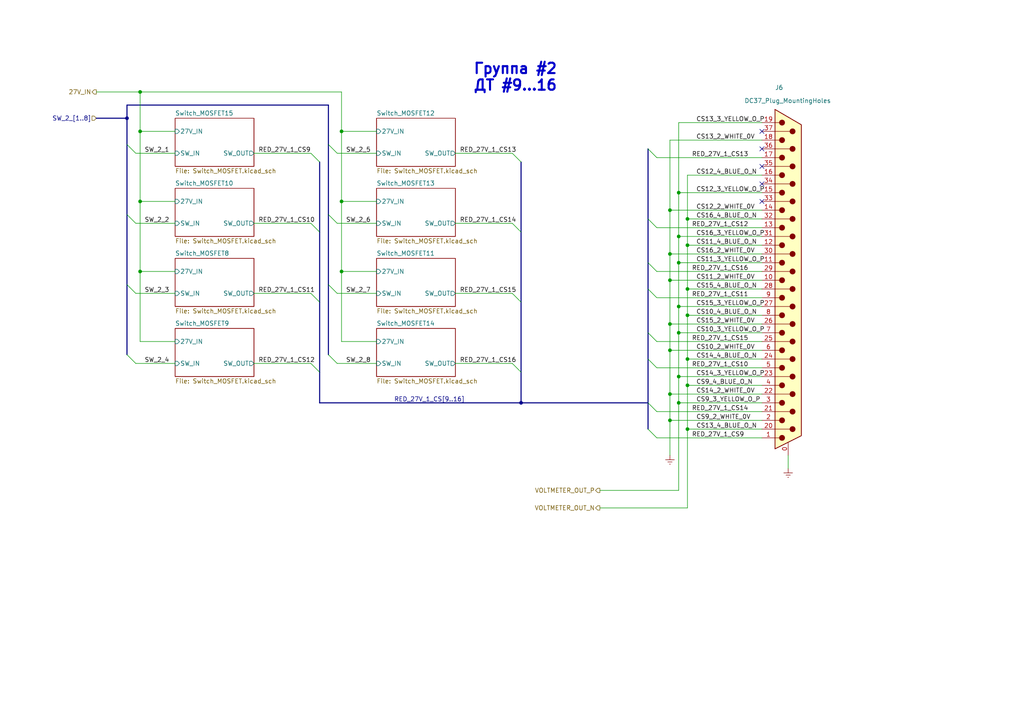
<source format=kicad_sch>
(kicad_sch (version 20230121) (generator eeschema)
  (paper "A4")
  (lib_symbols
    (symbol "Connector:DC37_Plug_MountingHoles" (pin_names (offset 1.016) hide)
      (property "Reference" "J" (at 0 52.705 0))
      (property "Value" "DC37_Plug_MountingHoles" (at 0 50.8 0))
      (symbol "DC37_Plug_MountingHoles_0_1"
        (circle (center -1.778 -45.72) (radius 0.762) (fill (type outline)))
        (circle (center -1.778 -40.64) (radius 0.762) (fill (type outline)))
        (circle (center -1.778 -35.56) (radius 0.762) (fill (type outline)))
        (circle (center -1.778 -30.48) (radius 0.762) (fill (type outline)))
        (circle (center -1.778 -25.4) (radius 0.762) (fill (type outline)))
        (circle (center -1.778 -20.32) (radius 0.762) (fill (type outline)))
        (circle (center -1.778 -15.24) (radius 0.762) (fill (type outline)))
        (circle (center -1.778 -10.16) (radius 0.762) (fill (type outline)))
        (circle (center -1.778 -5.08) (radius 0.762) (fill (type outline)))
        (circle (center -1.778 0) (radius 0.762) (fill (type outline)))
        (circle (center -1.778 5.08) (radius 0.762) (fill (type outline)))
        (circle (center -1.778 10.16) (radius 0.762) (fill (type outline)))
        (circle (center -1.778 15.24) (radius 0.762) (fill (type outline)))
        (circle (center -1.778 20.32) (radius 0.762) (fill (type outline)))
        (circle (center -1.778 25.4) (radius 0.762) (fill (type outline)))
        (circle (center -1.778 30.48) (radius 0.762) (fill (type outline)))
        (circle (center -1.778 35.56) (radius 0.762) (fill (type outline)))
        (circle (center -1.778 40.64) (radius 0.762) (fill (type outline)))
        (circle (center -1.778 45.72) (radius 0.762) (fill (type outline)))
        (polyline (pts (xy -3.81 -45.72) (xy -2.54 -45.72)))
        (polyline (pts (xy -3.81 -43.18) (xy 0.508 -43.18)))
        (polyline (pts (xy -3.81 -40.64) (xy -2.54 -40.64)))
        (polyline (pts (xy -3.81 -38.1) (xy 0.508 -38.1)))
        (polyline (pts (xy -3.81 -35.56) (xy -2.54 -35.56)))
        (polyline (pts (xy -3.81 -33.02) (xy 0.508 -33.02)))
        (polyline (pts (xy -3.81 -30.48) (xy -2.54 -30.48)))
        (polyline (pts (xy -3.81 -27.94) (xy 0.508 -27.94)))
        (polyline (pts (xy -3.81 -25.4) (xy -2.54 -25.4)))
        (polyline (pts (xy -3.81 -22.86) (xy 0.508 -22.86)))
        (polyline (pts (xy -3.81 -20.32) (xy -2.54 -20.32)))
        (polyline (pts (xy -3.81 -17.78) (xy 0.508 -17.78)))
        (polyline (pts (xy -3.81 -15.24) (xy -2.54 -15.24)))
        (polyline (pts (xy -3.81 -12.7) (xy 0.508 -12.7)))
        (polyline (pts (xy -3.81 -10.16) (xy -2.54 -10.16)))
        (polyline (pts (xy -3.81 -7.62) (xy 0.508 -7.62)))
        (polyline (pts (xy -3.81 -5.08) (xy -2.54 -5.08)))
        (polyline (pts (xy -3.81 -2.54) (xy 0.508 -2.54)))
        (polyline (pts (xy -3.81 0) (xy -2.54 0)))
        (polyline (pts (xy -3.81 2.54) (xy 0.508 2.54)))
        (polyline (pts (xy -3.81 5.08) (xy -2.54 5.08)))
        (polyline (pts (xy -3.81 7.62) (xy 0.508 7.62)))
        (polyline (pts (xy -3.81 10.16) (xy -2.54 10.16)))
        (polyline (pts (xy -3.81 12.7) (xy 0.508 12.7)))
        (polyline (pts (xy -3.81 15.24) (xy -2.54 15.24)))
        (polyline (pts (xy -3.81 17.78) (xy 0.508 17.78)))
        (polyline (pts (xy -3.81 20.32) (xy -2.54 20.32)))
        (polyline (pts (xy -3.81 22.86) (xy 0.508 22.86)))
        (polyline (pts (xy -3.81 25.4) (xy -2.54 25.4)))
        (polyline (pts (xy -3.81 27.94) (xy 0.508 27.94)))
        (polyline (pts (xy -3.81 30.48) (xy -2.54 30.48)))
        (polyline (pts (xy -3.81 33.02) (xy 0.508 33.02)))
        (polyline (pts (xy -3.81 35.56) (xy -2.54 35.56)))
        (polyline (pts (xy -3.81 38.1) (xy 0.508 38.1)))
        (polyline (pts (xy -3.81 40.64) (xy -2.54 40.64)))
        (polyline (pts (xy -3.81 43.18) (xy 0.508 43.18)))
        (polyline (pts (xy -3.81 45.72) (xy -2.54 45.72)))
        (polyline (pts (xy -3.81 49.53) (xy 3.81 45.085) (xy 3.81 -45.085) (xy -3.81 -48.895) (xy -3.81 49.53)) (stroke (width 0.254)) (fill (type background)))
        (circle (center 1.27 -43.18) (radius 0.762) (fill (type outline)))
        (circle (center 1.27 -38.1) (radius 0.762) (fill (type outline)))
        (circle (center 1.27 -33.02) (radius 0.762) (fill (type outline)))
        (circle (center 1.27 -27.94) (radius 0.762) (fill (type outline)))
        (circle (center 1.27 -22.86) (radius 0.762) (fill (type outline)))
        (circle (center 1.27 -17.78) (radius 0.762) (fill (type outline)))
        (circle (center 1.27 -12.7) (radius 0.762) (fill (type outline)))
        (circle (center 1.27 -7.62) (radius 0.762) (fill (type outline)))
        (circle (center 1.27 -2.54) (radius 0.762) (fill (type outline)))
        (circle (center 1.27 2.54) (radius 0.762) (fill (type outline)))
        (circle (center 1.27 7.62) (radius 0.762) (fill (type outline)))
        (circle (center 1.27 12.7) (radius 0.762) (fill (type outline)))
        (circle (center 1.27 17.78) (radius 0.762) (fill (type outline)))
        (circle (center 1.27 22.86) (radius 0.762) (fill (type outline)))
        (circle (center 1.27 27.94) (radius 0.762) (fill (type outline)))
        (circle (center 1.27 33.02) (radius 0.762) (fill (type outline)))
        (circle (center 1.27 38.1) (radius 0.762) (fill (type outline)))
        (circle (center 1.27 43.18) (radius 0.762) (fill (type outline)))
      )
      (symbol "DC37_Plug_MountingHoles_1_1"
        (pin passive line (at 0 -50.8 90) (length 3.81) (name "PAD") (number "0"))
        (pin passive line (at -7.62 -45.72 0) (length 3.81) (name "1") (number "1"))
        (pin passive line (at -7.62 0 0) (length 3.81) (name "10") (number "10"))
        (pin passive line (at -7.62 5.08 0) (length 3.81) (name "11") (number "11"))
        (pin passive line (at -7.62 10.16 0) (length 3.81) (name "12") (number "12"))
        (pin passive line (at -7.62 15.24 0) (length 3.81) (name "13") (number "13"))
        (pin passive line (at -7.62 20.32 0) (length 3.81) (name "14") (number "14"))
        (pin passive line (at -7.62 25.4 0) (length 3.81) (name "15") (number "15"))
        (pin passive line (at -7.62 30.48 0) (length 3.81) (name "16") (number "16"))
        (pin passive line (at -7.62 35.56 0) (length 3.81) (name "17") (number "17"))
        (pin passive line (at -7.62 40.64 0) (length 3.81) (name "18") (number "18"))
        (pin passive line (at -7.62 45.72 0) (length 3.81) (name "19") (number "19"))
        (pin passive line (at -7.62 -40.64 0) (length 3.81) (name "2") (number "2"))
        (pin passive line (at -7.62 -43.18 0) (length 3.81) (name "20") (number "20"))
        (pin passive line (at -7.62 -38.1 0) (length 3.81) (name "21") (number "21"))
        (pin passive line (at -7.62 -33.02 0) (length 3.81) (name "22") (number "22"))
        (pin passive line (at -7.62 -27.94 0) (length 3.81) (name "23") (number "23"))
        (pin passive line (at -7.62 -22.86 0) (length 3.81) (name "24") (number "24"))
        (pin passive line (at -7.62 -17.78 0) (length 3.81) (name "25") (number "25"))
        (pin passive line (at -7.62 -12.7 0) (length 3.81) (name "26") (number "26"))
        (pin passive line (at -7.62 -7.62 0) (length 3.81) (name "27") (number "27"))
        (pin passive line (at -7.62 -2.54 0) (length 3.81) (name "28") (number "28"))
        (pin passive line (at -7.62 2.54 0) (length 3.81) (name "29") (number "29"))
        (pin passive line (at -7.62 -35.56 0) (length 3.81) (name "3") (number "3"))
        (pin passive line (at -7.62 7.62 0) (length 3.81) (name "30") (number "30"))
        (pin passive line (at -7.62 12.7 0) (length 3.81) (name "31") (number "31"))
        (pin passive line (at -7.62 17.78 0) (length 3.81) (name "32") (number "32"))
        (pin passive line (at -7.62 22.86 0) (length 3.81) (name "33") (number "33"))
        (pin passive line (at -7.62 27.94 0) (length 3.81) (name "34") (number "34"))
        (pin passive line (at -7.62 33.02 0) (length 3.81) (name "35") (number "35"))
        (pin passive line (at -7.62 38.1 0) (length 3.81) (name "36") (number "36"))
        (pin passive line (at -7.62 43.18 0) (length 3.81) (name "37") (number "37"))
        (pin passive line (at -7.62 -30.48 0) (length 3.81) (name "4") (number "4"))
        (pin passive line (at -7.62 -25.4 0) (length 3.81) (name "5") (number "5"))
        (pin passive line (at -7.62 -20.32 0) (length 3.81) (name "6") (number "6"))
        (pin passive line (at -7.62 -15.24 0) (length 3.81) (name "7") (number "7"))
        (pin passive line (at -7.62 -10.16 0) (length 3.81) (name "8") (number "8"))
        (pin passive line (at -7.62 -5.08 0) (length 3.81) (name "9") (number "9"))
      )
    )
    (symbol "power:Earth" (power) (pin_names (offset 0))
      (symbol "Earth_0_1"
        (polyline (pts (xy -0.635 -1.905) (xy 0.635 -1.905)))
        (polyline (pts (xy -0.127 -2.54) (xy 0.127 -2.54)))
        (polyline (pts (xy 0 -1.27) (xy 0 0)))
        (polyline (pts (xy 1.27 -1.27) (xy -1.27 -1.27)))
      )
      (symbol "Earth_1_1"
        (pin power_in line (at 0 0 270) (length 0) hide (name "Earth") (number "1"))
      )
    )
  )
  (junction (at 151.13 116.84))
  (junction (at 194.31 81.28))
  (junction (at 196.85 96.52))
  (junction (at 194.31 101.6))
  (junction (at 36.83 34.29))
  (junction (at 199.39 83.82))
  (junction (at 196.85 55.88))
  (junction (at 194.31 93.98))
  (junction (at 194.31 60.96))
  (junction (at 40.64 78.74))
  (junction (at 99.06 38.1))
  (junction (at 199.39 63.5))
  (junction (at 196.85 88.9))
  (junction (at 199.39 91.44))
  (junction (at 99.06 78.74))
  (junction (at 40.64 58.42))
  (junction (at 40.64 26.67))
  (junction (at 199.39 71.12))
  (junction (at 196.85 109.22))
  (junction (at 199.39 111.76))
  (junction (at 196.85 68.58))
  (junction (at 199.39 104.14))
  (junction (at 99.06 58.42))
  (junction (at 194.31 114.3))
  (junction (at 194.31 73.66))
  (junction (at 196.85 116.84))
  (junction (at 199.39 124.46))
  (junction (at 196.85 76.2))
  (junction (at 194.31 121.92))
  (junction (at 40.64 38.1))
  (no_connect (at 220.98 38.1))
  (no_connect (at 220.98 43.18))
  (no_connect (at 220.98 58.42))
  (no_connect (at 220.98 53.34))
  (no_connect (at 220.98 48.26))
  (bus_entry (at 95.25 62.23) (size 2.54 2.54))
  (bus_entry (at 187.96 116.84) (size 2.54 2.54))
  (bus_entry (at 187.96 104.14) (size 2.54 2.54))
  (bus_entry (at 90.17 105.41) (size 2.54 2.54))
  (bus_entry (at 187.96 124.46) (size 2.54 2.54))
  (bus_entry (at 90.17 64.77) (size 2.54 2.54))
  (bus_entry (at 187.96 83.82) (size 2.54 2.54))
  (bus_entry (at 187.96 96.52) (size 2.54 2.54))
  (bus_entry (at 148.59 85.09) (size 2.54 2.54))
  (bus_entry (at 148.59 105.41) (size 2.54 2.54))
  (bus_entry (at 187.96 43.18) (size 2.54 2.54))
  (bus_entry (at 36.83 82.55) (size 2.54 2.54))
  (bus_entry (at 187.96 63.5) (size 2.54 2.54))
  (bus_entry (at 36.83 62.23) (size 2.54 2.54))
  (bus_entry (at 95.25 82.55) (size 2.54 2.54))
  (bus_entry (at 36.83 102.87) (size 2.54 2.54))
  (bus_entry (at 187.96 76.2) (size 2.54 2.54))
  (bus_entry (at 95.25 102.87) (size 2.54 2.54))
  (bus_entry (at 90.17 44.45) (size 2.54 2.54))
  (bus_entry (at 148.59 44.45) (size 2.54 2.54))
  (bus_entry (at 95.25 41.91) (size 2.54 2.54))
  (bus_entry (at 36.83 41.91) (size 2.54 2.54))
  (bus_entry (at 90.17 85.09) (size 2.54 2.54))
  (bus_entry (at 148.59 64.77) (size 2.54 2.54))
  (wire (pts (xy 50.8 99.06) (xy 40.64 99.06)))
  (wire (pts (xy 40.64 38.1) (xy 40.64 26.67)))
  (wire (pts (xy 194.31 121.92) (xy 194.31 132.08)))
  (wire (pts (xy 99.06 78.74) (xy 99.06 58.42)))
  (bus (pts (xy 151.13 87.63) (xy 151.13 107.95)))
  (wire (pts (xy 190.5 66.04) (xy 220.98 66.04)))
  (wire (pts (xy 194.31 101.6) (xy 194.31 114.3)))
  (wire (pts (xy 196.85 76.2) (xy 220.98 76.2)))
  (bus (pts (xy 187.96 63.5) (xy 187.96 76.2)))
  (wire (pts (xy 173.99 147.32) (xy 199.39 147.32)))
  (wire (pts (xy 196.85 68.58) (xy 196.85 76.2)))
  (wire (pts (xy 199.39 83.82) (xy 220.98 83.82)))
  (wire (pts (xy 97.79 85.09) (xy 109.22 85.09)))
  (wire (pts (xy 196.85 55.88) (xy 196.85 68.58)))
  (wire (pts (xy 199.39 104.14) (xy 220.98 104.14)))
  (wire (pts (xy 194.31 81.28) (xy 220.98 81.28)))
  (wire (pts (xy 194.31 101.6) (xy 220.98 101.6)))
  (bus (pts (xy 36.83 41.91) (xy 36.83 62.23)))
  (bus (pts (xy 36.83 30.48) (xy 36.83 34.29)))
  (bus (pts (xy 36.83 34.29) (xy 36.83 41.91)))
  (wire (pts (xy 199.39 71.12) (xy 199.39 83.82)))
  (wire (pts (xy 190.5 106.68) (xy 220.98 106.68)))
  (bus (pts (xy 95.25 102.87) (xy 95.25 82.55)))
  (wire (pts (xy 196.85 96.52) (xy 196.85 109.22)))
  (wire (pts (xy 194.31 114.3) (xy 220.98 114.3)))
  (bus (pts (xy 92.71 46.99) (xy 92.71 67.31)))
  (wire (pts (xy 196.85 35.56) (xy 196.85 55.88)))
  (wire (pts (xy 109.22 99.06) (xy 99.06 99.06)))
  (wire (pts (xy 109.22 78.74) (xy 99.06 78.74)))
  (wire (pts (xy 97.79 105.41) (xy 109.22 105.41)))
  (wire (pts (xy 39.37 44.45) (xy 50.8 44.45)))
  (wire (pts (xy 40.64 78.74) (xy 40.64 58.42)))
  (wire (pts (xy 39.37 105.41) (xy 50.8 105.41)))
  (wire (pts (xy 194.31 81.28) (xy 194.31 93.98)))
  (wire (pts (xy 40.64 58.42) (xy 40.64 38.1)))
  (wire (pts (xy 199.39 83.82) (xy 199.39 91.44)))
  (bus (pts (xy 95.25 62.23) (xy 95.25 41.91)))
  (bus (pts (xy 151.13 116.84) (xy 187.96 116.84)))
  (wire (pts (xy 73.66 64.77) (xy 90.17 64.77)))
  (wire (pts (xy 97.79 44.45) (xy 109.22 44.45)))
  (wire (pts (xy 196.85 68.58) (xy 220.98 68.58)))
  (bus (pts (xy 36.83 34.29) (xy 27.94 34.29)))
  (wire (pts (xy 39.37 64.77) (xy 50.8 64.77)))
  (wire (pts (xy 199.39 63.5) (xy 199.39 71.12)))
  (wire (pts (xy 199.39 124.46) (xy 199.39 147.32)))
  (wire (pts (xy 190.5 45.72) (xy 220.98 45.72)))
  (wire (pts (xy 97.79 64.77) (xy 109.22 64.77)))
  (bus (pts (xy 187.96 116.84) (xy 187.96 124.46)))
  (wire (pts (xy 73.66 85.09) (xy 90.17 85.09)))
  (wire (pts (xy 40.64 99.06) (xy 40.64 78.74)))
  (wire (pts (xy 194.31 93.98) (xy 194.31 101.6)))
  (wire (pts (xy 73.66 44.45) (xy 90.17 44.45)))
  (wire (pts (xy 194.31 73.66) (xy 220.98 73.66)))
  (wire (pts (xy 194.31 60.96) (xy 194.31 73.66)))
  (wire (pts (xy 99.06 99.06) (xy 99.06 78.74)))
  (bus (pts (xy 187.96 43.18) (xy 187.96 63.5)))
  (wire (pts (xy 220.98 40.64) (xy 194.31 40.64)))
  (bus (pts (xy 187.96 96.52) (xy 187.96 104.14)))
  (wire (pts (xy 194.31 73.66) (xy 194.31 81.28)))
  (wire (pts (xy 132.08 85.09) (xy 148.59 85.09)))
  (bus (pts (xy 36.83 82.55) (xy 36.83 102.87)))
  (wire (pts (xy 220.98 35.56) (xy 196.85 35.56)))
  (wire (pts (xy 40.64 78.74) (xy 50.8 78.74)))
  (wire (pts (xy 194.31 60.96) (xy 220.98 60.96)))
  (bus (pts (xy 187.96 76.2) (xy 187.96 83.82)))
  (bus (pts (xy 151.13 67.31) (xy 151.13 87.63)))
  (bus (pts (xy 36.83 62.23) (xy 36.83 82.55)))
  (wire (pts (xy 196.85 88.9) (xy 220.98 88.9)))
  (bus (pts (xy 95.25 82.55) (xy 95.25 62.23)))
  (wire (pts (xy 228.6 132.08) (xy 228.6 135.89)))
  (wire (pts (xy 199.39 111.76) (xy 199.39 124.46)))
  (wire (pts (xy 109.22 38.1) (xy 99.06 38.1)))
  (wire (pts (xy 194.31 114.3) (xy 194.31 121.92)))
  (bus (pts (xy 92.71 107.95) (xy 92.71 116.84)))
  (bus (pts (xy 92.71 67.31) (xy 92.71 87.63)))
  (wire (pts (xy 194.31 121.92) (xy 220.98 121.92)))
  (wire (pts (xy 39.37 85.09) (xy 50.8 85.09)))
  (wire (pts (xy 196.85 109.22) (xy 196.85 116.84)))
  (wire (pts (xy 196.85 116.84) (xy 196.85 142.24)))
  (wire (pts (xy 196.85 55.88) (xy 220.98 55.88)))
  (wire (pts (xy 190.5 86.36) (xy 220.98 86.36)))
  (wire (pts (xy 99.06 38.1) (xy 99.06 26.67)))
  (wire (pts (xy 199.39 71.12) (xy 220.98 71.12)))
  (bus (pts (xy 151.13 46.99) (xy 151.13 67.31)))
  (wire (pts (xy 199.39 50.8) (xy 199.39 63.5)))
  (wire (pts (xy 199.39 124.46) (xy 220.98 124.46)))
  (wire (pts (xy 190.5 99.06) (xy 220.98 99.06)))
  (wire (pts (xy 190.5 78.74) (xy 220.98 78.74)))
  (wire (pts (xy 199.39 91.44) (xy 220.98 91.44)))
  (wire (pts (xy 27.94 26.67) (xy 40.64 26.67)))
  (wire (pts (xy 196.85 88.9) (xy 196.85 96.52)))
  (wire (pts (xy 199.39 111.76) (xy 220.98 111.76)))
  (wire (pts (xy 199.39 91.44) (xy 199.39 104.14)))
  (bus (pts (xy 151.13 107.95) (xy 151.13 116.84)))
  (wire (pts (xy 132.08 64.77) (xy 148.59 64.77)))
  (wire (pts (xy 173.99 142.24) (xy 196.85 142.24)))
  (wire (pts (xy 196.85 96.52) (xy 220.98 96.52)))
  (wire (pts (xy 73.66 105.41) (xy 90.17 105.41)))
  (wire (pts (xy 196.85 76.2) (xy 196.85 88.9)))
  (wire (pts (xy 132.08 105.41) (xy 148.59 105.41)))
  (bus (pts (xy 95.25 30.48) (xy 36.83 30.48)))
  (bus (pts (xy 95.25 41.91) (xy 95.25 30.48)))
  (wire (pts (xy 220.98 50.8) (xy 199.39 50.8)))
  (wire (pts (xy 190.5 119.38) (xy 220.98 119.38)))
  (wire (pts (xy 194.31 93.98) (xy 220.98 93.98)))
  (bus (pts (xy 92.71 87.63) (xy 92.71 107.95)))
  (wire (pts (xy 50.8 58.42) (xy 40.64 58.42)))
  (bus (pts (xy 187.96 83.82) (xy 187.96 96.52)))
  (bus (pts (xy 92.71 116.84) (xy 151.13 116.84)))
  (wire (pts (xy 196.85 116.84) (xy 220.98 116.84)))
  (wire (pts (xy 50.8 38.1) (xy 40.64 38.1)))
  (wire (pts (xy 132.08 44.45) (xy 148.59 44.45)))
  (wire (pts (xy 199.39 63.5) (xy 220.98 63.5)))
  (wire (pts (xy 196.85 109.22) (xy 220.98 109.22)))
  (bus (pts (xy 187.96 104.14) (xy 187.96 116.84)))
  (wire (pts (xy 40.64 26.67) (xy 99.06 26.67)))
  (wire (pts (xy 190.5 127) (xy 220.98 127)))
  (wire (pts (xy 109.22 58.42) (xy 99.06 58.42)))
  (wire (pts (xy 199.39 104.14) (xy 199.39 111.76)))
  (wire (pts (xy 194.31 40.64) (xy 194.31 60.96)))
  (wire (pts (xy 99.06 58.42) (xy 99.06 38.1)))
  (text "Группа #2\nДТ #9...16" (at 137.16 26.67 0) (effects (font (size 3 3) (thickness 0.6) bold) (justify left bottom)))
  (label "SW_2_4" (at 41.91 105.41 0))
  (label "SW_2_2" (at 41.91 64.77 0))
  (label "RED_27V_1_CS16" (at 133.35 105.41 0))
  (label "CS10_2_WHITE_0V" (at 201.93 101.6 0))
  (label "CS16_4_BLUE_O_N" (at 201.93 63.5 0))
  (label "CS12_2_WHITE_0V" (at 201.93 60.96 0))
  (label "RED_27V_1_CS14" (at 133.35 64.77 0))
  (label "CS15_2_WHITE_0V" (at 201.93 93.98 0))
  (label "RED_27V_1_CS11" (at 74.93 85.09 0))
  (label "RED_27V_1_CS9" (at 74.93 44.45 0))
  (label "CS13_3_YELLOW_O_P" (at 201.93 35.56 0))
  (label "CS16_2_WHITE_0V" (at 201.93 73.66 0))
  (label "CS13_4_BLUE_O_N" (at 201.93 124.46 0))
  (label "RED_27V_1_CS12" (at 200.66 66.04 0))
  (label "SW_2_6" (at 100.33 64.77 0))
  (label "CS13_2_WHITE_0V" (at 201.93 40.64 0))
  (label "CS14_2_WHITE_0V" (at 201.93 114.3 0))
  (label "CS9_3_YELLOW_O_P" (at 201.93 116.84 0))
  (label "CS11_3_YELLOW_O_P" (at 201.93 76.2 0))
  (label "CS9_2_WHITE_0V" (at 201.93 121.92 0))
  (label "CS12_3_YELLOW_O_P" (at 201.93 55.88 0))
  (label "RED_27V_1_CS[9..16]" (at 114.3 116.84 0))
  (label "RED_27V_1_CS15" (at 200.66 99.06 0))
  (label "RED_27V_1_CS10" (at 74.93 64.77 0))
  (label "RED_27V_1_CS12" (at 74.93 105.41 0))
  (label "RED_27V_1_CS14" (at 200.66 119.38 0))
  (label "CS15_3_YELLOW_O_P" (at 201.93 88.9 0))
  (label "CS11_4_BLUE_O_N" (at 201.93 71.12 0))
  (label "CS12_4_BLUE_O_N" (at 201.93 50.8 0))
  (label "RED_27V_1_CS13" (at 133.35 44.45 0))
  (label "CS14_4_BLUE_O_N" (at 201.93 104.14 0))
  (label "CS10_3_YELLOW_O_P" (at 201.93 96.52 0))
  (label "SW_2_8" (at 100.33 105.41 0))
  (label "CS10_4_BLUE_O_N" (at 201.93 91.44 0))
  (label "SW_2_3" (at 41.91 85.09 0))
  (label "CS16_3_YELLOW_O_P" (at 201.93 68.58 0))
  (label "CS14_3_YELLOW_O_P" (at 201.93 109.22 0))
  (label "SW_2_5" (at 100.33 44.45 0))
  (label "RED_27V_1_CS10" (at 200.66 106.68 0))
  (label "SW_2_1" (at 41.91 44.45 0))
  (label "RED_27V_1_CS11" (at 200.66 86.36 0))
  (label "CS15_4_BLUE_O_N" (at 201.93 83.82 0))
  (label "RED_27V_1_CS16" (at 200.66 78.74 0))
  (label "CS9_4_BLUE_O_N" (at 201.93 111.76 0))
  (label "RED_27V_1_CS13" (at 200.66 45.72 0))
  (label "RED_27V_1_CS9" (at 200.66 127 0))
  (label "SW_2_7" (at 100.33 85.09 0))
  (label "CS11_2_WHITE_0V" (at 201.93 81.28 0))
  (label "RED_27V_1_CS15" (at 133.35 85.09 0))
  (hierarchical_label "27V_IN" (shape output) (at 27.94 26.67 180))
  (hierarchical_label "VOLTMETER_OUT_N" (shape output) (at 173.99 147.32 180))
  (hierarchical_label "SW_2_[1..8]" (shape input) (at 27.94 34.29 180))
  (hierarchical_label "VOLTMETER_OUT_P" (shape output) (at 173.99 142.24 180))
  (symbol (lib_id "Connector:DC37_Plug_MountingHoles") (at 228.6 81.28 0) (unit 1)
    (property "Reference" "J6" (at 224.79 25.4 0) (effects (justify left)))
    (property "Value" "DC37_Plug_MountingHoles" (at 215.9 29.21 0) (effects (justify left)))
    (property "Footprint" "Connector_Dsub:DSUB-37_Male_Vertical_P2.77x2.84mm_MountingHoles" (effects hide))
    (property "Datasheet" " ~" (effects hide))
  )
  (symbol (lib_id "power:Earth") (at 194.31 132.08 0) (unit 1)
    (property "Reference" "#PWR05" (effects hide))
    (property "Value" "Earth" (effects hide))
    (instances (project "sensor_current_stand" (path "" (reference "#PWR05") (unit 1)) (path "" (reference "#PWR01") (unit 1)) (path "" (reference "#PWR040") (unit 1))))
  )
  (symbol (lib_id "power:Earth") (at 228.6 135.89 0) (unit 1)
    (property "Reference" "#PWR041" (effects hide))
    (property "Value" "Earth" (effects hide))
  )
  (sheet (at 109.22 95.25) (size 22.86 13.97) (stroke (width 0.1524))
    (property "Sheetname" "Switch_MOSFET14" (at 109.22 94.5384 0) (effects (justify left bottom)))
    (property "Sheetfile" "Switch_MOSFET.kicad_sch" (at 109.22 109.8046 0) (effects (justify left top)))
    (pin "SW_OUT" output (at 132.08 105.41 0))
    (pin "SW_IN" input (at 109.22 105.41 180))
    (pin "27V_IN" input (at 109.22 99.06 180))
  )
  (sheet (at 109.22 54.61) (size 22.86 13.97) (stroke (width 0.1524))
    (property "Sheetname" "Switch_MOSFET13" (at 109.22 53.8984 0) (effects (justify left bottom)))
    (property "Sheetfile" "Switch_MOSFET.kicad_sch" (at 109.22 69.1646 0) (effects (justify left top)))
    (pin "SW_OUT" output (at 132.08 64.77 0))
    (pin "SW_IN" input (at 109.22 64.77 180))
    (pin "27V_IN" input (at 109.22 58.42 180))
  )
  (sheet (at 109.22 74.93) (size 22.86 13.97) (stroke (width 0.1524))
    (property "Sheetname" "Switch_MOSFET11" (at 109.22 74.2184 0) (effects (justify left bottom)))
    (property "Sheetfile" "Switch_MOSFET.kicad_sch" (at 109.22 89.4846 0) (effects (justify left top)))
    (pin "SW_OUT" output (at 132.08 85.09 0))
    (pin "SW_IN" input (at 109.22 85.09 180))
    (pin "27V_IN" input (at 109.22 78.74 180))
  )
  (sheet (at 50.8 95.25) (size 22.86 13.97) (stroke (width 0.1524))
    (property "Sheetname" "Switch_MOSFET9" (at 50.8 94.5384 0) (effects (justify left bottom)))
    (property "Sheetfile" "Switch_MOSFET.kicad_sch" (at 50.8 109.8046 0) (effects (justify left top)))
    (pin "SW_OUT" output (at 73.66 105.41 0))
    (pin "SW_IN" input (at 50.8 105.41 180))
    (pin "27V_IN" input (at 50.8 99.06 180))
  )
  (sheet (at 50.8 54.61) (size 22.86 13.97) (stroke (width 0.1524))
    (property "Sheetname" "Switch_MOSFET10" (at 50.8 53.8984 0) (effects (justify left bottom)))
    (property "Sheetfile" "Switch_MOSFET.kicad_sch" (at 50.8 69.1646 0) (effects (justify left top)))
    (pin "SW_OUT" output (at 73.66 64.77 0))
    (pin "SW_IN" input (at 50.8 64.77 180))
    (pin "27V_IN" input (at 50.8 58.42 180))
  )
  (sheet (at 109.22 34.29) (size 22.86 13.97) (stroke (width 0.1524))
    (property "Sheetname" "Switch_MOSFET12" (at 109.22 33.5784 0) (effects (justify left bottom)))
    (property "Sheetfile" "Switch_MOSFET.kicad_sch" (at 109.22 48.8446 0) (effects (justify left top)))
    (pin "SW_OUT" output (at 132.08 44.45 0))
    (pin "SW_IN" input (at 109.22 44.45 180))
    (pin "27V_IN" input (at 109.22 38.1 180))
  )
  (sheet (at 50.8 34.29) (size 22.86 13.97) (stroke (width 0.1524))
    (property "Sheetname" "Switch_MOSFET15" (at 50.8 33.5784 0) (effects (justify left bottom)))
    (property "Sheetfile" "Switch_MOSFET.kicad_sch" (at 50.8 48.8446 0) (effects (justify left top)))
    (pin "SW_OUT" output (at 73.66 44.45 0))
    (pin "SW_IN" input (at 50.8 44.45 180))
    (pin "27V_IN" input (at 50.8 38.1 180))
  )
  (sheet (at 50.8 74.93) (size 22.86 13.97) (stroke (width 0.1524))
    (property "Sheetname" "Switch_MOSFET8" (at 50.8 74.2184 0) (effects (justify left bottom)))
    (property "Sheetfile" "Switch_MOSFET.kicad_sch" (at 50.8 89.4846 0) (effects (justify left top)))
    (pin "SW_OUT" output (at 73.66 85.09 0))
    (pin "SW_IN" input (at 50.8 85.09 180))
    (pin "27V_IN" input (at 50.8 78.74 180))
  )
)
</source>
